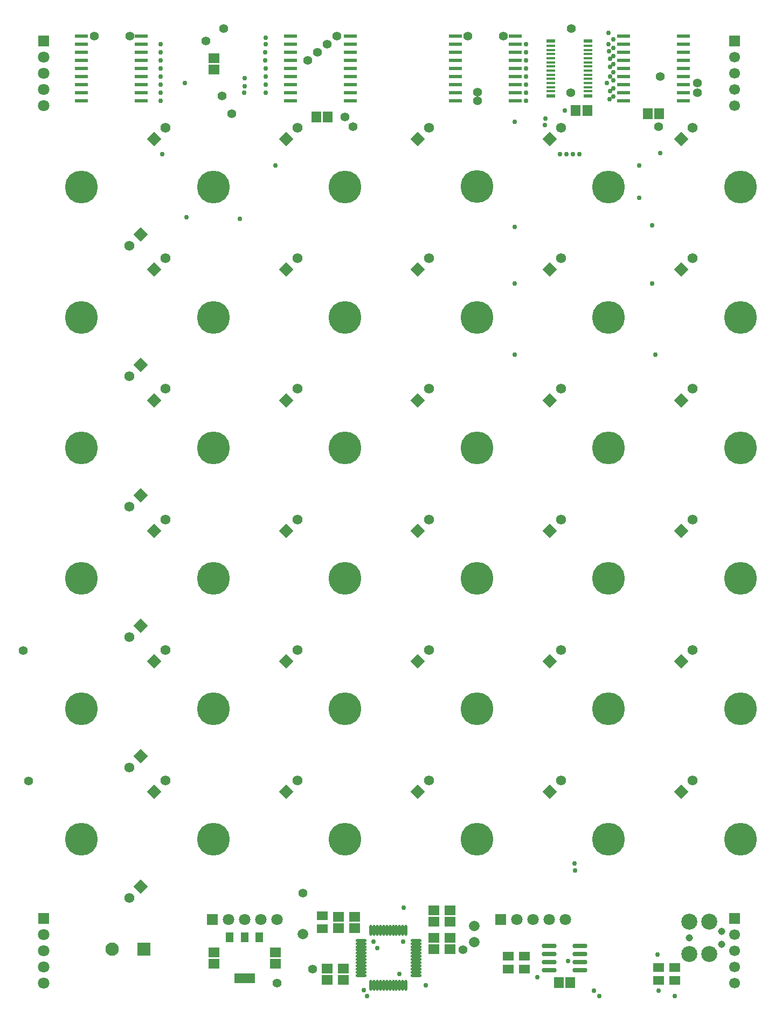
<source format=gts>
G04*
G04 #@! TF.GenerationSoftware,Altium Limited,Altium Designer,20.2.3 (150)*
G04*
G04 Layer_Color=8388736*
%FSLAX25Y25*%
%MOIN*%
G70*
G04*
G04 #@! TF.SameCoordinates,4877317F-2E7F-43E9-A464-E33F9C0CD60A*
G04*
G04*
G04 #@! TF.FilePolarity,Negative*
G04*
G01*
G75*
%ADD11R,0.04724X0.06299*%
%ADD12R,0.12992X0.06299*%
%ADD19R,0.05315X0.02362*%
%ADD20R,0.05315X0.01575*%
%ADD21O,0.07087X0.01772*%
%ADD22O,0.01772X0.07087*%
%ADD23R,0.06693X0.06496*%
%ADD24R,0.06496X0.06693*%
%ADD25R,0.06693X0.05512*%
%ADD26O,0.09252X0.02953*%
%ADD27R,0.07874X0.02362*%
%ADD28C,0.06181*%
%ADD29P,0.08741X4X270.0*%
%ADD30C,0.20276*%
%ADD31C,0.08268*%
%ADD32R,0.08268X0.08268*%
%ADD33C,0.04491*%
%ADD34C,0.09941*%
%ADD35C,0.06693*%
%ADD36R,0.06693X0.06693*%
%ADD37C,0.07087*%
%ADD38R,0.07087X0.07087*%
%ADD39R,0.07087X0.07087*%
%ADD40C,0.06575*%
%ADD41C,0.02953*%
%ADD42C,0.05591*%
D11*
X406055Y192598D02*
D03*
X397000D02*
D03*
X387945D02*
D03*
D12*
X397000Y167402D02*
D03*
D19*
X609516Y712972D02*
D03*
Y747028D02*
D03*
X586484D02*
D03*
Y712972D02*
D03*
D20*
X609516Y715925D02*
D03*
Y718484D02*
D03*
Y721043D02*
D03*
Y723602D02*
D03*
Y726161D02*
D03*
Y728721D02*
D03*
Y731280D02*
D03*
Y733839D02*
D03*
Y736398D02*
D03*
Y738957D02*
D03*
Y741516D02*
D03*
Y744075D02*
D03*
X586484D02*
D03*
Y741516D02*
D03*
Y738957D02*
D03*
Y736398D02*
D03*
Y733839D02*
D03*
Y731280D02*
D03*
Y728721D02*
D03*
Y726161D02*
D03*
Y723602D02*
D03*
Y721043D02*
D03*
Y718484D02*
D03*
Y715925D02*
D03*
D21*
X503028Y190827D02*
D03*
Y188858D02*
D03*
Y186890D02*
D03*
Y184921D02*
D03*
Y182953D02*
D03*
Y180984D02*
D03*
Y179016D02*
D03*
Y177047D02*
D03*
Y175079D02*
D03*
Y173110D02*
D03*
Y171142D02*
D03*
Y169173D02*
D03*
X468972D02*
D03*
Y171142D02*
D03*
Y173110D02*
D03*
Y175079D02*
D03*
Y177047D02*
D03*
Y179016D02*
D03*
Y180984D02*
D03*
Y182953D02*
D03*
Y184921D02*
D03*
Y186890D02*
D03*
Y188858D02*
D03*
Y190827D02*
D03*
D22*
X496827Y162972D02*
D03*
X494858D02*
D03*
X492890D02*
D03*
X490921D02*
D03*
X488953D02*
D03*
X486984D02*
D03*
X485016D02*
D03*
X483047D02*
D03*
X481079D02*
D03*
X479110D02*
D03*
X477142D02*
D03*
X475173D02*
D03*
Y197028D02*
D03*
X477142D02*
D03*
X479110D02*
D03*
X481079D02*
D03*
X483047D02*
D03*
X485016D02*
D03*
X486984D02*
D03*
X488953D02*
D03*
X490921D02*
D03*
X492890D02*
D03*
X494858D02*
D03*
X496827D02*
D03*
D23*
X524000Y209543D02*
D03*
Y202457D02*
D03*
X514000Y209543D02*
D03*
Y202457D02*
D03*
Y192543D02*
D03*
Y185457D02*
D03*
X457969Y166457D02*
D03*
Y173543D02*
D03*
X447968Y166457D02*
D03*
Y173543D02*
D03*
X455000Y198457D02*
D03*
Y205543D02*
D03*
X465000Y198457D02*
D03*
Y205543D02*
D03*
X378000Y729457D02*
D03*
Y736543D02*
D03*
Y183543D02*
D03*
Y176457D02*
D03*
X416000Y176457D02*
D03*
Y183543D02*
D03*
X524000Y192543D02*
D03*
Y185457D02*
D03*
D24*
X601882Y704000D02*
D03*
X608968D02*
D03*
X591299Y164685D02*
D03*
X598386D02*
D03*
X653543Y702000D02*
D03*
X646457D02*
D03*
X448543Y700000D02*
D03*
X441457D02*
D03*
D25*
X653000Y165965D02*
D03*
Y174035D02*
D03*
X663000Y165965D02*
D03*
Y174035D02*
D03*
X445000Y206035D02*
D03*
Y197965D02*
D03*
X560000Y181035D02*
D03*
Y172965D02*
D03*
X570000Y181035D02*
D03*
Y172965D02*
D03*
D26*
X585551Y187500D02*
D03*
Y182500D02*
D03*
Y177500D02*
D03*
Y172500D02*
D03*
X604449Y187500D02*
D03*
Y182500D02*
D03*
Y177500D02*
D03*
Y172500D02*
D03*
D27*
X631496Y750000D02*
D03*
Y745000D02*
D03*
Y740000D02*
D03*
Y735000D02*
D03*
Y730000D02*
D03*
Y725000D02*
D03*
Y720000D02*
D03*
Y715000D02*
D03*
Y710000D02*
D03*
X668504D02*
D03*
Y715000D02*
D03*
Y720000D02*
D03*
Y725000D02*
D03*
Y730000D02*
D03*
Y735000D02*
D03*
Y740000D02*
D03*
Y745000D02*
D03*
Y750000D02*
D03*
X564504Y710000D02*
D03*
Y715000D02*
D03*
Y720000D02*
D03*
Y725000D02*
D03*
Y730000D02*
D03*
Y735000D02*
D03*
Y740000D02*
D03*
Y745000D02*
D03*
Y750000D02*
D03*
X527496D02*
D03*
Y745000D02*
D03*
Y740000D02*
D03*
Y735000D02*
D03*
Y730000D02*
D03*
Y725000D02*
D03*
Y720000D02*
D03*
Y715000D02*
D03*
Y710000D02*
D03*
X462504Y750000D02*
D03*
Y745000D02*
D03*
Y740000D02*
D03*
Y735000D02*
D03*
Y730000D02*
D03*
Y725000D02*
D03*
Y720000D02*
D03*
Y715000D02*
D03*
Y710000D02*
D03*
X425496D02*
D03*
Y715000D02*
D03*
Y720000D02*
D03*
Y725000D02*
D03*
Y730000D02*
D03*
Y735000D02*
D03*
Y740000D02*
D03*
Y745000D02*
D03*
Y750000D02*
D03*
X295996Y710000D02*
D03*
Y715000D02*
D03*
Y720000D02*
D03*
Y725000D02*
D03*
Y730000D02*
D03*
Y735000D02*
D03*
Y740000D02*
D03*
Y745000D02*
D03*
Y750000D02*
D03*
X333004D02*
D03*
Y745000D02*
D03*
Y740000D02*
D03*
Y735000D02*
D03*
Y730000D02*
D03*
Y725000D02*
D03*
Y720000D02*
D03*
Y715000D02*
D03*
Y710000D02*
D03*
D28*
X325741Y216895D02*
D03*
Y297604D02*
D03*
Y378313D02*
D03*
Y459021D02*
D03*
Y539730D02*
D03*
Y620439D02*
D03*
X348275Y289798D02*
D03*
Y370506D02*
D03*
Y451215D02*
D03*
Y531923D02*
D03*
Y612632D02*
D03*
Y693341D02*
D03*
X429771Y289798D02*
D03*
Y370506D02*
D03*
Y451215D02*
D03*
X429771Y531923D02*
D03*
Y612632D02*
D03*
Y693341D02*
D03*
X511267Y289798D02*
D03*
Y370506D02*
D03*
Y451215D02*
D03*
Y531923D02*
D03*
Y612632D02*
D03*
X511267Y693538D02*
D03*
X592763Y289798D02*
D03*
Y370506D02*
D03*
Y451215D02*
D03*
Y531923D02*
D03*
Y612632D02*
D03*
Y693341D02*
D03*
X674259Y289798D02*
D03*
Y370506D02*
D03*
Y451215D02*
D03*
Y531923D02*
D03*
Y693341D02*
D03*
Y612632D02*
D03*
D29*
X332812Y223966D02*
D03*
Y304675D02*
D03*
Y385384D02*
D03*
Y466092D02*
D03*
Y546801D02*
D03*
Y627510D02*
D03*
X341204Y282727D02*
D03*
Y363435D02*
D03*
Y444144D02*
D03*
Y524853D02*
D03*
Y605561D02*
D03*
Y686270D02*
D03*
X422700Y282727D02*
D03*
Y363435D02*
D03*
Y444144D02*
D03*
X422700Y524853D02*
D03*
Y605561D02*
D03*
Y686270D02*
D03*
X504196Y282727D02*
D03*
Y363435D02*
D03*
Y444144D02*
D03*
Y524853D02*
D03*
Y605561D02*
D03*
X504196Y686467D02*
D03*
X585692Y282727D02*
D03*
Y363435D02*
D03*
Y444144D02*
D03*
Y524853D02*
D03*
Y605561D02*
D03*
Y686270D02*
D03*
X667188Y282727D02*
D03*
Y363435D02*
D03*
Y444144D02*
D03*
Y524853D02*
D03*
Y686270D02*
D03*
Y605561D02*
D03*
D30*
X296260Y253346D02*
D03*
Y334055D02*
D03*
Y414764D02*
D03*
Y495472D02*
D03*
Y576181D02*
D03*
Y656890D02*
D03*
X377756Y253346D02*
D03*
Y334055D02*
D03*
Y414764D02*
D03*
Y495472D02*
D03*
Y576181D02*
D03*
Y656890D02*
D03*
X459252Y253346D02*
D03*
Y334055D02*
D03*
Y414764D02*
D03*
X459252Y495472D02*
D03*
Y576181D02*
D03*
Y656890D02*
D03*
X540748Y253346D02*
D03*
Y334055D02*
D03*
Y414764D02*
D03*
Y495472D02*
D03*
Y576181D02*
D03*
X540748Y657087D02*
D03*
X622244Y253346D02*
D03*
Y334055D02*
D03*
Y414764D02*
D03*
Y495472D02*
D03*
Y576181D02*
D03*
Y656890D02*
D03*
X703740Y253346D02*
D03*
Y334055D02*
D03*
Y414764D02*
D03*
Y495472D02*
D03*
Y656890D02*
D03*
Y576181D02*
D03*
D31*
X315158Y185228D02*
D03*
D32*
X334842D02*
D03*
D33*
X692000Y188500D02*
D03*
Y196500D02*
D03*
X672000Y192500D02*
D03*
D34*
Y182500D02*
D03*
X684500D02*
D03*
Y202500D02*
D03*
X672000D02*
D03*
D35*
X700000Y707000D02*
D03*
Y717000D02*
D03*
Y727000D02*
D03*
Y737000D02*
D03*
Y164400D02*
D03*
Y174400D02*
D03*
Y184400D02*
D03*
Y194400D02*
D03*
D36*
Y747000D02*
D03*
Y204400D02*
D03*
D37*
X272638Y164370D02*
D03*
Y174370D02*
D03*
Y194370D02*
D03*
Y184370D02*
D03*
Y707047D02*
D03*
Y717047D02*
D03*
Y737047D02*
D03*
Y727047D02*
D03*
X595472Y203819D02*
D03*
X585472D02*
D03*
X565472D02*
D03*
X575472D02*
D03*
X416968D02*
D03*
X406968D02*
D03*
X386968D02*
D03*
X396969D02*
D03*
D38*
X272638Y204370D02*
D03*
Y747047D02*
D03*
D39*
X555472Y203819D02*
D03*
X376969D02*
D03*
D40*
X539213Y189882D02*
D03*
X433228Y194882D02*
D03*
X539213Y199882D02*
D03*
D41*
X663062Y156438D02*
D03*
X616563D02*
D03*
X472774Y156270D02*
D03*
X613000Y159750D02*
D03*
X622000Y752000D02*
D03*
X495000Y190000D02*
D03*
X479000Y186000D02*
D03*
X476819Y190000D02*
D03*
X597000Y178000D02*
D03*
X470823Y160011D02*
D03*
X578000Y168000D02*
D03*
X509000Y163000D02*
D03*
X653000Y159750D02*
D03*
X492924Y170163D02*
D03*
X652537Y182013D02*
D03*
X495519Y211000D02*
D03*
X601246Y238273D02*
D03*
X601449Y234000D02*
D03*
X623075Y725094D02*
D03*
X623000Y716000D02*
D03*
X622883Y710893D02*
D03*
X625210Y717819D02*
D03*
X625000Y712819D02*
D03*
X621124Y720960D02*
D03*
X625181Y722819D02*
D03*
X625000Y727819D02*
D03*
X623000Y731000D02*
D03*
X361000Y638000D02*
D03*
X346000Y677000D02*
D03*
X360000Y721000D02*
D03*
X595000Y704000D02*
D03*
X564000Y632000D02*
D03*
Y697000D02*
D03*
Y597000D02*
D03*
Y553000D02*
D03*
X649000Y597000D02*
D03*
X651000Y553000D02*
D03*
X649000Y633000D02*
D03*
X654176Y677749D02*
D03*
X641181Y670000D02*
D03*
X625210Y732819D02*
D03*
X623000Y736000D02*
D03*
X625210Y737819D02*
D03*
X622568Y740638D02*
D03*
X622000Y745000D02*
D03*
X625000Y742819D02*
D03*
Y748000D02*
D03*
X397000Y724000D02*
D03*
X394000Y637000D02*
D03*
X416000Y670000D02*
D03*
X396927Y714927D02*
D03*
X397000Y719000D02*
D03*
X582747Y695000D02*
D03*
X583000Y699000D02*
D03*
X592000Y677173D02*
D03*
X596000Y677000D02*
D03*
X600073Y677073D02*
D03*
X604000Y677000D02*
D03*
X641000Y650000D02*
D03*
X410000Y715000D02*
D03*
Y749069D02*
D03*
X345000Y725000D02*
D03*
X571000Y710000D02*
D03*
X570958Y720042D02*
D03*
X571000Y715000D02*
D03*
Y725000D02*
D03*
Y730000D02*
D03*
Y735000D02*
D03*
Y740000D02*
D03*
Y745000D02*
D03*
X345000D02*
D03*
Y740000D02*
D03*
Y735000D02*
D03*
Y730000D02*
D03*
Y720000D02*
D03*
Y715000D02*
D03*
Y710000D02*
D03*
X410000Y745000D02*
D03*
X409910Y740090D02*
D03*
X409808Y735000D02*
D03*
X410000Y730000D02*
D03*
Y725000D02*
D03*
Y720000D02*
D03*
D42*
X599000Y754587D02*
D03*
X433000Y220000D02*
D03*
X532000Y185000D02*
D03*
X598750Y715000D02*
D03*
X459000Y700000D02*
D03*
X464131Y694061D02*
D03*
X653000Y694000D02*
D03*
X557000Y750000D02*
D03*
X436000Y735000D02*
D03*
X389000Y702000D02*
D03*
X304000Y750000D02*
D03*
X326000D02*
D03*
X384000Y754587D02*
D03*
X454000Y750000D02*
D03*
X416968Y164291D02*
D03*
X439000Y173000D02*
D03*
X654000Y725000D02*
D03*
X383000Y713000D02*
D03*
X535000Y750000D02*
D03*
X373000Y747000D02*
D03*
X677000Y715000D02*
D03*
Y721000D02*
D03*
X541000Y710000D02*
D03*
Y715500D02*
D03*
X442000Y740000D02*
D03*
X448000Y745000D02*
D03*
X263399Y289399D02*
D03*
X260000Y370000D02*
D03*
M02*

</source>
